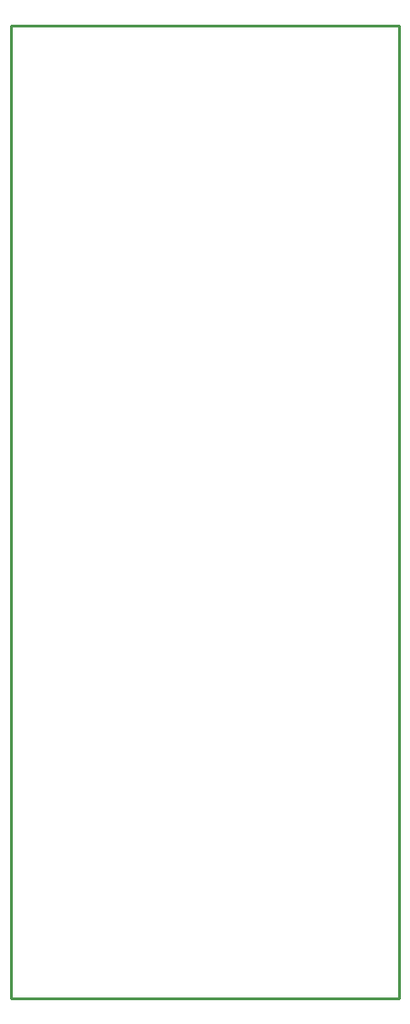
<source format=gko>
G04 Layer: BoardOutlineLayer*
G04 EasyEDA v6.5.39, 2024-01-29 12:40:10*
G04 1567c4b6a1884de9a48abf35515e7f19,8c112253a0c947cbb1dd5c82d68696a1,10*
G04 Gerber Generator version 0.2*
G04 Scale: 100 percent, Rotated: No, Reflected: No *
G04 Dimensions in millimeters *
G04 leading zeros omitted , absolute positions ,4 integer and 5 decimal *
%FSLAX45Y45*%
%MOMM*%

%ADD10C,0.2540*%
D10*
X0Y8999981D02*
G01*
X3599992Y8999981D01*
X3599992Y0D01*
X0Y0D01*
X0Y8999981D01*

%LPD*%
M02*

</source>
